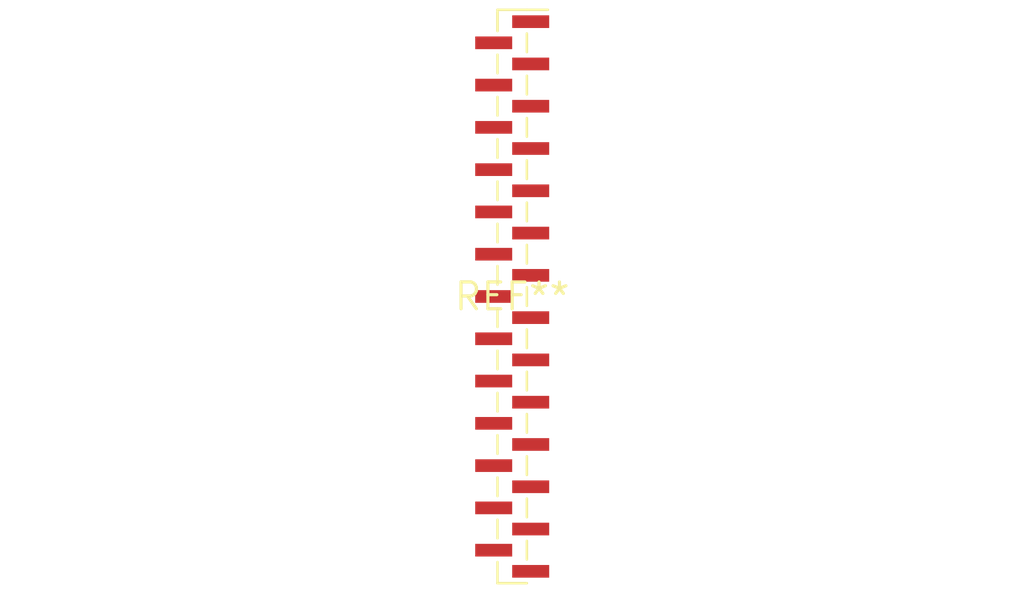
<source format=kicad_pcb>
(kicad_pcb (version 20240108) (generator pcbnew)
  (layers (0 "F.Cu" signal) (31 "B.Cu" signal) (34 "B.Paste" user) (35 "F.Paste" user) (36 "B.SilkS" user "B.Silkscreen") (37 "F.SilkS" user "F.Silkscreen") (38 "B.Mask" user) (39 "F.Mask" user) (44 "Edge.Cuts" user))
  (net 0 "")
  (footprint "PinHeader_1x27_P1.00mm_Vertical_SMD_Pin1Right" (layer "F.Cu") (at 0 0)
    (property "Reference" "REF**")
    (property "Value" "PinHeader_1x27_P1.00mm_Vertical_SMD_Pin1Right")
    (fp_line (start -0.695 -13.56) (end -0.695 -12.56) (layer "F.SilkS") (stroke (width 0.12)))
    (fp_line (start -0.695 -13.56) (end 0.695 -13.56) (layer "F.SilkS") (stroke (width 0.12)))
    (fp_line (start -0.695 -13.44) (end -0.695 -12.56) (layer "F.SilkS") (stroke (width 0.12)))
    (fp_line (start -0.695 -11.44) (end -0.695 -10.56) (layer "F.SilkS") (stroke (width 0.12)))
    (fp_line (start -0.695 -9.44) (end -0.695 -8.56) (layer "F.SilkS") (stroke (width 0.12)))
    (fp_line (start -0.695 -7.44) (end -0.695 -6.56) (layer "F.SilkS") (stroke (width 0.12)))
    (fp_line (start -0.695 -5.44) (end -0.695 -4.56) (layer "F.SilkS") (stroke (width 0.12)))
    (fp_line (start -0.695 -3.44) (end -0.695 -2.56) (layer "F.SilkS") (stroke (width 0.12)))
    (fp_line (start -0.695 -1.44) (end -0.695 -0.56) (layer "F.SilkS") (stroke (width 0.12)))
    (fp_line (start -0.695 0.56) (end -0.695 1.44) (layer "F.SilkS") (stroke (width 0.12)))
    (fp_line (start -0.695 2.56) (end -0.695 3.44) (layer "F.SilkS") (stroke (width 0.12)))
    (fp_line (start -0.695 4.56) (end -0.695 5.44) (layer "F.SilkS") (stroke (width 0.12)))
    (fp_line (start -0.695 6.56) (end -0.695 7.44) (layer "F.SilkS") (stroke (width 0.12)))
    (fp_line (start -0.695 8.56) (end -0.695 9.44) (layer "F.SilkS") (stroke (width 0.12)))
    (fp_line (start -0.695 10.56) (end -0.695 11.44) (layer "F.SilkS") (stroke (width 0.12)))
    (fp_line (start -0.695 12.56) (end -0.695 13.56) (layer "F.SilkS") (stroke (width 0.12)))
    (fp_line (start -0.695 13.56) (end -0.695 13.56) (layer "F.SilkS") (stroke (width 0.12)))
    (fp_line (start -0.695 13.56) (end 0.695 13.56) (layer "F.SilkS") (stroke (width 0.12)))
    (fp_line (start 0.695 -13.56) (end 0.695 -13.56) (layer "F.SilkS") (stroke (width 0.12)))
    (fp_line (start 0.695 -13.56) (end 1.69 -13.56) (layer "F.SilkS") (stroke (width 0.12)))
    (fp_line (start 0.695 -12.44) (end 0.695 -11.56) (layer "F.SilkS") (stroke (width 0.12)))
    (fp_line (start 0.695 -10.44) (end 0.695 -9.56) (layer "F.SilkS") (stroke (width 0.12)))
    (fp_line (start 0.695 -8.44) (end 0.695 -7.56) (layer "F.SilkS") (stroke (width 0.12)))
    (fp_line (start 0.695 -6.44) (end 0.695 -5.56) (layer "F.SilkS") (stroke (width 0.12)))
    (fp_line (start 0.695 -4.44) (end 0.695 -3.56) (layer "F.SilkS") (stroke (width 0.12)))
    (fp_line (start 0.695 -2.44) (end 0.695 -1.56) (layer "F.SilkS") (stroke (width 0.12)))
    (fp_line (start 0.695 -0.44) (end 0.695 0.44) (layer "F.SilkS") (stroke (width 0.12)))
    (fp_line (start 0.695 1.56) (end 0.695 2.44) (layer "F.SilkS") (stroke (width 0.12)))
    (fp_line (start 0.695 3.56) (end 0.695 4.44) (layer "F.SilkS") (stroke (width 0.12)))
    (fp_line (start 0.695 5.56) (end 0.695 6.44) (layer "F.SilkS") (stroke (width 0.12)))
    (fp_line (start 0.695 7.56) (end 0.695 8.44) (layer "F.SilkS") (stroke (width 0.12)))
    (fp_line (start 0.695 9.56) (end 0.695 10.44) (layer "F.SilkS") (stroke (width 0.12)))
    (fp_line (start 0.695 11.56) (end 0.695 12.44) (layer "F.SilkS") (stroke (width 0.12)))
    (pad "1" smd rect (at 0.875 -13) (size 1.75 0.6) (layers "F.Cu" "F.Paste" "F.Mask"))
    (pad "2" smd rect (at -0.875 -12) (size 1.75 0.6) (layers "F.Cu" "F.Paste" "F.Mask"))
    (pad "3" smd rect (at 0.875 -11) (size 1.75 0.6) (layers "F.Cu" "F.Paste" "F.Mask"))
    (pad "4" smd rect (at -0.875 -10) (size 1.75 0.6) (layers "F.Cu" "F.Paste" "F.Mask"))
    (pad "5" smd rect (at 0.875 -9) (size 1.75 0.6) (layers "F.Cu" "F.Paste" "F.Mask"))
    (pad "6" smd rect (at -0.875 -8) (size 1.75 0.6) (layers "F.Cu" "F.Paste" "F.Mask"))
    (pad "7" smd rect (at 0.875 -7) (size 1.75 0.6) (layers "F.Cu" "F.Paste" "F.Mask"))
    (pad "8" smd rect (at -0.875 -6) (size 1.75 0.6) (layers "F.Cu" "F.Paste" "F.Mask"))
    (pad "9" smd rect (at 0.875 -5) (size 1.75 0.6) (layers "F.Cu" "F.Paste" "F.Mask"))
    (pad "10" smd rect (at -0.875 -4) (size 1.75 0.6) (layers "F.Cu" "F.Paste" "F.Mask"))
    (pad "11" smd rect (at 0.875 -3) (size 1.75 0.6) (layers "F.Cu" "F.Paste" "F.Mask"))
    (pad "12" smd rect (at -0.875 -2) (size 1.75 0.6) (layers "F.Cu" "F.Paste" "F.Mask"))
    (pad "13" smd rect (at 0.875 -1) (size 1.75 0.6) (layers "F.Cu" "F.Paste" "F.Mask"))
    (pad "14" smd rect (at -0.875 0) (size 1.75 0.6) (layers "F.Cu" "F.Paste" "F.Mask"))
    (pad "15" smd rect (at 0.875 1) (size 1.75 0.6) (layers "F.Cu" "F.Paste" "F.Mask"))
    (pad "16" smd rect (at -0.875 2) (size 1.75 0.6) (layers "F.Cu" "F.Paste" "F.Mask"))
    (pad "17" smd rect (at 0.875 3) (size 1.75 0.6) (layers "F.Cu" "F.Paste" "F.Mask"))
    (pad "18" smd rect (at -0.875 4) (size 1.75 0.6) (layers "F.Cu" "F.Paste" "F.Mask"))
    (pad "19" smd rect (at 0.875 5) (size 1.75 0.6) (layers "F.Cu" "F.Paste" "F.Mask"))
    (pad "20" smd rect (at -0.875 6) (size 1.75 0.6) (layers "F.Cu" "F.Paste" "F.Mask"))
    (pad "21" smd rect (at 0.875 7) (size 1.75 0.6) (layers "F.Cu" "F.Paste" "F.Mask"))
    (pad "22" smd rect (at -0.875 8) (size 1.75 0.6) (layers "F.Cu" "F.Paste" "F.Mask"))
    (pad "23" smd rect (at 0.875 9) (size 1.75 0.6) (layers "F.Cu" "F.Paste" "F.Mask"))
    (pad "24" smd rect (at -0.875 10) (size 1.75 0.6) (layers "F.Cu" "F.Paste" "F.Mask"))
    (pad "25" smd rect (at 0.875 11) (size 1.75 0.6) (layers "F.Cu" "F.Paste" "F.Mask"))
    (pad "26" smd rect (at -0.875 12) (size 1.75 0.6) (layers "F.Cu" "F.Paste" "F.Mask"))
    (pad "27" smd rect (at 0.875 13) (size 1.75 0.6) (layers "F.Cu" "F.Paste" "F.Mask"))
  )
)
</source>
